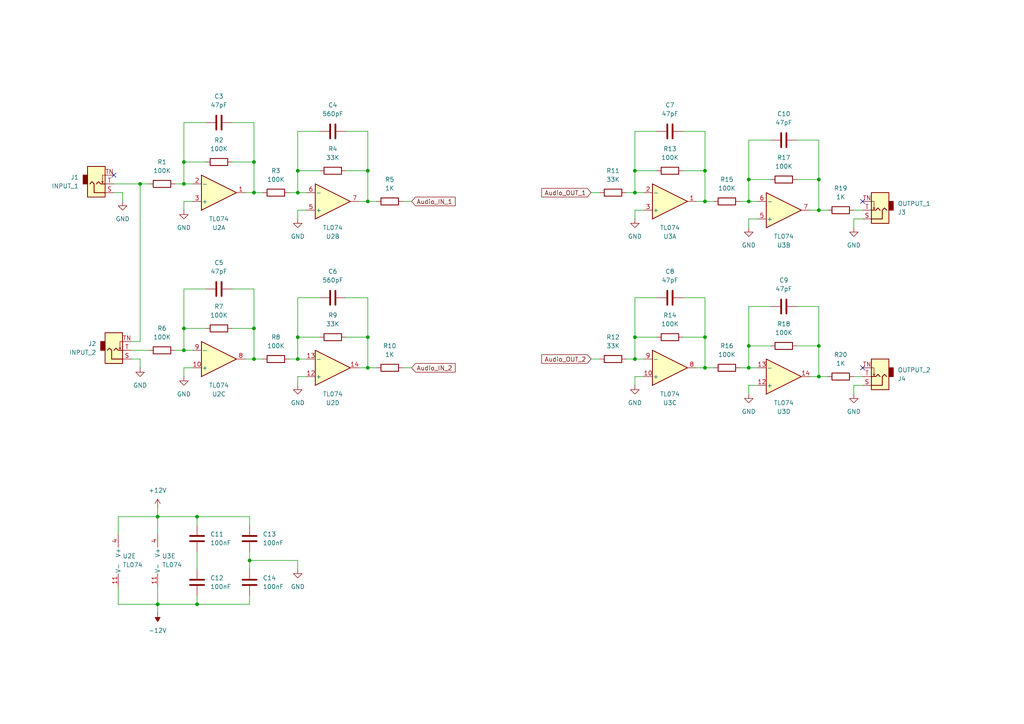
<source format=kicad_sch>
(kicad_sch (version 20231120) (generator "eeschema") (generator_version "8.0")
  (paper "A4")
  (lib_symbols
    (symbol "Amplifier_Operational:TL074" (pin_names (offset 0.127))
      (property "Reference" "U" (at 0 5.08 0))
      (property "Value" "TL074" (at 0 -5.08 0))
      (symbol "TL074_1_1"
        (polyline (pts (xy -5.08 5.08) (xy 5.08 0) (xy -5.08 -5.08) (xy -5.08 5.08)) (stroke (width 0.254)) (fill (type background)))
        (pin output line (at 7.62 0 180) (length 2.54) (name "~") (number "1"))
        (pin input line (at -7.62 -2.54 0) (length 2.54) (name "-") (number "2"))
        (pin input line (at -7.62 2.54 0) (length 2.54) (name "+") (number "3"))
      )
      (symbol "TL074_2_1"
        (polyline (pts (xy -5.08 5.08) (xy 5.08 0) (xy -5.08 -5.08) (xy -5.08 5.08)) (stroke (width 0.254)) (fill (type background)))
        (pin input line (at -7.62 2.54 0) (length 2.54) (name "+") (number "5"))
        (pin input line (at -7.62 -2.54 0) (length 2.54) (name "-") (number "6"))
        (pin output line (at 7.62 0 180) (length 2.54) (name "~") (number "7"))
      )
      (symbol "TL074_3_1"
        (polyline (pts (xy -5.08 5.08) (xy 5.08 0) (xy -5.08 -5.08) (xy -5.08 5.08)) (stroke (width 0.254)) (fill (type background)))
        (pin input line (at -7.62 2.54 0) (length 2.54) (name "+") (number "10"))
        (pin output line (at 7.62 0 180) (length 2.54) (name "~") (number "8"))
        (pin input line (at -7.62 -2.54 0) (length 2.54) (name "-") (number "9"))
      )
      (symbol "TL074_4_1"
        (polyline (pts (xy -5.08 5.08) (xy 5.08 0) (xy -5.08 -5.08) (xy -5.08 5.08)) (stroke (width 0.254)) (fill (type background)))
        (pin input line (at -7.62 2.54 0) (length 2.54) (name "+") (number "12"))
        (pin input line (at -7.62 -2.54 0) (length 2.54) (name "-") (number "13"))
        (pin output line (at 7.62 0 180) (length 2.54) (name "~") (number "14"))
      )
      (symbol "TL074_5_1"
        (pin power_in line (at -2.54 -7.62 90) (length 3.81) (name "V-") (number "11"))
        (pin power_in line (at -2.54 7.62 270) (length 3.81) (name "V+") (number "4"))
      )
    )
    (symbol "Connector_Audio:AudioJack2_SwitchT"
      (property "Reference" "J" (at 0 8.89 0))
      (property "Value" "AudioJack2_SwitchT" (at 0 6.35 0))
      (symbol "AudioJack2_SwitchT_0_1"
        (rectangle (start -2.54 0) (end -3.81 -2.54) (stroke (width 0.254)) (fill (type outline)))
        (polyline (pts (xy 1.778 -0.254) (xy 2.032 -0.762)))
        (polyline (pts (xy 0 0) (xy 0.635 -0.635) (xy 1.27 0) (xy 2.54 0)) (stroke (width 0.254)))
        (polyline (pts (xy 2.54 -2.54) (xy 1.778 -2.54) (xy 1.778 -0.254) (xy 1.524 -0.762)))
        (polyline (pts (xy 2.54 2.54) (xy -0.635 2.54) (xy -0.635 0) (xy -1.27 -0.635) (xy -1.905 0)) (stroke (width 0.254)))
        (rectangle (start 2.54 3.81) (end -2.54 -5.08) (stroke (width 0.254)) (fill (type background)))
      )
      (symbol "AudioJack2_SwitchT_1_1"
        (pin passive line (at 5.08 2.54 180) (length 2.54) (name "~") (number "S"))
        (pin passive line (at 5.08 0 180) (length 2.54) (name "~") (number "T"))
        (pin passive line (at 5.08 -2.54 180) (length 2.54) (name "~") (number "TN"))
      )
    )
    (symbol "Device:C" (pin_numbers hide) (pin_names (offset 0.254))
      (property "Reference" "C" (at 0.635 2.54 0))
      (property "Value" "C" (at 0.635 -2.54 0))
      (symbol "C_0_1"
        (polyline (pts (xy -2.032 -0.762) (xy 2.032 -0.762)) (stroke (width 0.508)))
        (polyline (pts (xy -2.032 0.762) (xy 2.032 0.762)) (stroke (width 0.508)))
      )
      (symbol "C_1_1"
        (pin passive line (at 0 3.81 270) (length 2.794) (name "~") (number "1"))
        (pin passive line (at 0 -3.81 90) (length 2.794) (name "~") (number "2"))
      )
    )
    (symbol "Device:R" (pin_numbers hide) (pin_names (offset 0))
      (property "Reference" "R" (at 2.032 0 90))
      (property "Value" "R" (at 0 0 90))
      (symbol "R_0_1"
        (rectangle (start -1.016 -2.54) (end 1.016 2.54) (stroke (width 0.254)))
      )
      (symbol "R_1_1"
        (pin passive line (at 0 3.81 270) (length 1.27) (name "~") (number "1"))
        (pin passive line (at 0 -3.81 90) (length 1.27) (name "~") (number "2"))
      )
    )
    (symbol "power:+12V" (power) (pin_numbers hide) (pin_names (offset 0) hide)
      (property "Value" "+12V" (at 0 3.556 0))
      (symbol "+12V_0_1"
        (polyline (pts (xy -0.762 1.27) (xy 0 2.54)))
        (polyline (pts (xy 0 0) (xy 0 2.54)))
        (polyline (pts (xy 0 2.54) (xy 0.762 1.27)))
      )
      (symbol "+12V_1_1"
        (pin power_in line (at 0 0 90) (length 0) (name "~") (number "1"))
      )
    )
    (symbol "power:-12V" (power) (pin_numbers hide) (pin_names (offset 0) hide)
      (property "Value" "-12V" (at 0 3.556 0))
      (symbol "-12V_0_0"
        (pin power_in line (at 0 0 90) (length 0) (name "~") (number "1"))
      )
      (symbol "-12V_0_1"
        (polyline (pts (xy 0 0) (xy 0 1.27) (xy 0.762 1.27) (xy 0 2.54) (xy -0.762 1.27) (xy 0 1.27)) (fill (type outline)))
      )
    )
    (symbol "power:GND" (power) (pin_numbers hide) (pin_names (offset 0) hide)
      (property "Value" "GND" (at 0 -3.81 0))
      (symbol "GND_0_1"
        (polyline (pts (xy 0 0) (xy 0 -1.27) (xy 1.27 -1.27) (xy 0 -2.54) (xy -1.27 -1.27) (xy 0 -1.27)))
      )
      (symbol "GND_1_1"
        (pin power_in line (at 0 0 270) (length 0) (name "~") (number "1"))
      )
    )
  )
  (junction (at 86.36 55.88))
  (junction (at 106.68 49.53))
  (junction (at 184.15 49.53))
  (junction (at 217.17 58.42))
  (junction (at 204.47 106.68))
  (junction (at 217.17 106.68))
  (junction (at 73.66 46.99))
  (junction (at 53.34 46.99))
  (junction (at 45.72 149.86))
  (junction (at 237.49 60.96))
  (junction (at 57.15 175.26))
  (junction (at 86.36 49.53))
  (junction (at 73.66 95.25))
  (junction (at 217.17 100.33))
  (junction (at 45.72 175.26))
  (junction (at 217.17 52.07))
  (junction (at 184.15 104.14))
  (junction (at 73.66 104.14))
  (junction (at 73.66 55.88))
  (junction (at 86.36 97.79))
  (junction (at 204.47 49.53))
  (junction (at 53.34 101.6))
  (junction (at 72.39 162.56))
  (junction (at 57.15 149.86))
  (junction (at 204.47 58.42))
  (junction (at 237.49 109.22))
  (junction (at 106.68 106.68))
  (junction (at 237.49 52.07))
  (junction (at 106.68 58.42))
  (junction (at 184.15 97.79))
  (junction (at 237.49 100.33))
  (junction (at 106.68 97.79))
  (junction (at 86.36 104.14))
  (junction (at 184.15 55.88))
  (junction (at 204.47 97.79))
  (junction (at 53.34 95.25))
  (junction (at 53.34 53.34))
  (junction (at 40.64 53.34))
  (no_connect (at 250.19 58.42))
  (no_connect (at 250.19 106.68))
  (no_connect (at 33.02 50.8))
  (wire (pts (xy 67.31 46.99) (xy 73.66 46.99)))
  (wire (pts (xy 250.19 63.5) (xy 247.65 63.5)))
  (wire (pts (xy 72.39 149.86) (xy 57.15 149.86)))
  (wire (pts (xy 45.72 147.32) (xy 45.72 149.86)))
  (wire (pts (xy 184.15 97.79) (xy 184.15 104.14)))
  (wire (pts (xy 88.9 55.88) (xy 86.36 55.88)))
  (wire (pts (xy 73.66 104.14) (xy 76.2 104.14)))
  (wire (pts (xy 204.47 58.42) (xy 207.01 58.42)))
  (wire (pts (xy 223.52 52.07) (xy 217.17 52.07)))
  (wire (pts (xy 204.47 86.36) (xy 204.47 97.79)))
  (wire (pts (xy 72.39 162.56) (xy 86.36 162.56)))
  (wire (pts (xy 73.66 83.82) (xy 73.66 95.25)))
  (wire (pts (xy 59.69 95.25) (xy 53.34 95.25)))
  (wire (pts (xy 190.5 97.79) (xy 184.15 97.79)))
  (wire (pts (xy 73.66 55.88) (xy 76.2 55.88)))
  (wire (pts (xy 223.52 100.33) (xy 217.17 100.33)))
  (wire (pts (xy 247.65 111.76) (xy 247.65 114.3)))
  (wire (pts (xy 217.17 40.64) (xy 217.17 52.07)))
  (wire (pts (xy 86.36 109.22) (xy 86.36 111.76)))
  (wire (pts (xy 204.47 106.68) (xy 207.01 106.68)))
  (wire (pts (xy 217.17 88.9) (xy 217.17 100.33)))
  (wire (pts (xy 219.71 106.68) (xy 217.17 106.68)))
  (wire (pts (xy 184.15 38.1) (xy 184.15 49.53)))
  (wire (pts (xy 119.38 106.68) (xy 116.84 106.68)))
  (wire (pts (xy 53.34 83.82) (xy 53.34 95.25)))
  (wire (pts (xy 73.66 46.99) (xy 73.66 55.88)))
  (wire (pts (xy 34.29 175.26) (xy 45.72 175.26)))
  (wire (pts (xy 171.45 55.88) (xy 173.99 55.88)))
  (wire (pts (xy 73.66 104.14) (xy 71.12 104.14)))
  (wire (pts (xy 92.71 86.36) (xy 86.36 86.36)))
  (wire (pts (xy 67.31 83.82) (xy 73.66 83.82)))
  (wire (pts (xy 73.66 55.88) (xy 71.12 55.88)))
  (wire (pts (xy 35.56 58.42) (xy 35.56 55.88)))
  (wire (pts (xy 237.49 60.96) (xy 240.03 60.96)))
  (wire (pts (xy 34.29 170.18) (xy 34.29 175.26)))
  (wire (pts (xy 106.68 58.42) (xy 109.22 58.42)))
  (wire (pts (xy 106.68 58.42) (xy 104.14 58.42)))
  (wire (pts (xy 100.33 86.36) (xy 106.68 86.36)))
  (wire (pts (xy 72.39 152.4) (xy 72.39 149.86)))
  (wire (pts (xy 38.1 99.06) (xy 40.64 99.06)))
  (wire (pts (xy 67.31 35.56) (xy 73.66 35.56)))
  (wire (pts (xy 106.68 49.53) (xy 106.68 58.42)))
  (wire (pts (xy 106.68 38.1) (xy 106.68 49.53)))
  (wire (pts (xy 88.9 104.14) (xy 86.36 104.14)))
  (wire (pts (xy 88.9 60.96) (xy 86.36 60.96)))
  (wire (pts (xy 86.36 86.36) (xy 86.36 97.79)))
  (wire (pts (xy 237.49 60.96) (xy 234.95 60.96)))
  (wire (pts (xy 106.68 106.68) (xy 104.14 106.68)))
  (wire (pts (xy 106.68 106.68) (xy 109.22 106.68)))
  (wire (pts (xy 53.34 106.68) (xy 53.34 109.22)))
  (wire (pts (xy 53.34 46.99) (xy 53.34 53.34)))
  (wire (pts (xy 184.15 60.96) (xy 184.15 63.5)))
  (wire (pts (xy 204.47 58.42) (xy 201.93 58.42)))
  (wire (pts (xy 57.15 175.26) (xy 72.39 175.26)))
  (wire (pts (xy 34.29 154.94) (xy 34.29 149.86)))
  (wire (pts (xy 204.47 49.53) (xy 204.47 58.42)))
  (wire (pts (xy 250.19 109.22) (xy 247.65 109.22)))
  (wire (pts (xy 86.36 38.1) (xy 86.36 49.53)))
  (wire (pts (xy 72.39 160.02) (xy 72.39 162.56)))
  (wire (pts (xy 45.72 154.94) (xy 45.72 149.86)))
  (wire (pts (xy 50.8 101.6) (xy 53.34 101.6)))
  (wire (pts (xy 231.14 100.33) (xy 237.49 100.33)))
  (wire (pts (xy 217.17 111.76) (xy 217.17 114.3)))
  (wire (pts (xy 100.33 38.1) (xy 106.68 38.1)))
  (wire (pts (xy 100.33 97.79) (xy 106.68 97.79)))
  (wire (pts (xy 198.12 49.53) (xy 204.47 49.53)))
  (wire (pts (xy 40.64 106.68) (xy 40.64 104.14)))
  (wire (pts (xy 106.68 97.79) (xy 106.68 106.68)))
  (wire (pts (xy 237.49 88.9) (xy 237.49 100.33)))
  (wire (pts (xy 67.31 95.25) (xy 73.66 95.25)))
  (wire (pts (xy 186.69 60.96) (xy 184.15 60.96)))
  (wire (pts (xy 92.71 97.79) (xy 86.36 97.79)))
  (wire (pts (xy 190.5 86.36) (xy 184.15 86.36)))
  (wire (pts (xy 204.47 106.68) (xy 201.93 106.68)))
  (wire (pts (xy 190.5 49.53) (xy 184.15 49.53)))
  (wire (pts (xy 237.49 52.07) (xy 237.49 60.96)))
  (wire (pts (xy 217.17 63.5) (xy 217.17 66.04)))
  (wire (pts (xy 33.02 53.34) (xy 40.64 53.34)))
  (wire (pts (xy 38.1 101.6) (xy 43.18 101.6)))
  (wire (pts (xy 171.45 104.14) (xy 173.99 104.14)))
  (wire (pts (xy 57.15 172.72) (xy 57.15 175.26)))
  (wire (pts (xy 250.19 111.76) (xy 247.65 111.76)))
  (wire (pts (xy 55.88 58.42) (xy 53.34 58.42)))
  (wire (pts (xy 184.15 55.88) (xy 186.69 55.88)))
  (wire (pts (xy 86.36 60.96) (xy 86.36 63.5)))
  (wire (pts (xy 86.36 55.88) (xy 83.82 55.88)))
  (wire (pts (xy 204.47 97.79) (xy 204.47 106.68)))
  (wire (pts (xy 219.71 111.76) (xy 217.17 111.76)))
  (wire (pts (xy 73.66 35.56) (xy 73.66 46.99)))
  (wire (pts (xy 88.9 109.22) (xy 86.36 109.22)))
  (wire (pts (xy 223.52 40.64) (xy 217.17 40.64)))
  (wire (pts (xy 247.65 63.5) (xy 247.65 66.04)))
  (wire (pts (xy 53.34 53.34) (xy 55.88 53.34)))
  (wire (pts (xy 35.56 55.88) (xy 33.02 55.88)))
  (wire (pts (xy 40.64 104.14) (xy 38.1 104.14)))
  (wire (pts (xy 86.36 104.14) (xy 83.82 104.14)))
  (wire (pts (xy 237.49 109.22) (xy 240.03 109.22)))
  (wire (pts (xy 45.72 149.86) (xy 57.15 149.86)))
  (wire (pts (xy 40.64 53.34) (xy 40.64 99.06)))
  (wire (pts (xy 86.36 97.79) (xy 86.36 104.14)))
  (wire (pts (xy 186.69 109.22) (xy 184.15 109.22)))
  (wire (pts (xy 204.47 38.1) (xy 204.47 49.53)))
  (wire (pts (xy 250.19 60.96) (xy 247.65 60.96)))
  (wire (pts (xy 86.36 162.56) (xy 86.36 165.1)))
  (wire (pts (xy 217.17 58.42) (xy 214.63 58.42)))
  (wire (pts (xy 237.49 109.22) (xy 234.95 109.22)))
  (wire (pts (xy 55.88 106.68) (xy 53.34 106.68)))
  (wire (pts (xy 231.14 52.07) (xy 237.49 52.07)))
  (wire (pts (xy 59.69 83.82) (xy 53.34 83.82)))
  (wire (pts (xy 57.15 149.86) (xy 57.15 152.4)))
  (wire (pts (xy 237.49 40.64) (xy 237.49 52.07)))
  (wire (pts (xy 217.17 52.07) (xy 217.17 58.42)))
  (wire (pts (xy 198.12 86.36) (xy 204.47 86.36)))
  (wire (pts (xy 184.15 86.36) (xy 184.15 97.79)))
  (wire (pts (xy 45.72 170.18) (xy 45.72 175.26)))
  (wire (pts (xy 72.39 162.56) (xy 72.39 165.1)))
  (wire (pts (xy 53.34 101.6) (xy 55.88 101.6)))
  (wire (pts (xy 190.5 38.1) (xy 184.15 38.1)))
  (wire (pts (xy 34.29 149.86) (xy 45.72 149.86)))
  (wire (pts (xy 184.15 49.53) (xy 184.15 55.88)))
  (wire (pts (xy 53.34 35.56) (xy 53.34 46.99)))
  (wire (pts (xy 184.15 104.14) (xy 186.69 104.14)))
  (wire (pts (xy 50.8 53.34) (xy 53.34 53.34)))
  (wire (pts (xy 57.15 160.02) (xy 57.15 165.1)))
  (wire (pts (xy 92.71 38.1) (xy 86.36 38.1)))
  (wire (pts (xy 217.17 106.68) (xy 214.63 106.68)))
  (wire (pts (xy 219.71 58.42) (xy 217.17 58.42)))
  (wire (pts (xy 198.12 38.1) (xy 204.47 38.1)))
  (wire (pts (xy 181.61 104.14) (xy 184.15 104.14)))
  (wire (pts (xy 73.66 95.25) (xy 73.66 104.14)))
  (wire (pts (xy 219.71 63.5) (xy 217.17 63.5)))
  (wire (pts (xy 72.39 175.26) (xy 72.39 172.72)))
  (wire (pts (xy 231.14 88.9) (xy 237.49 88.9)))
  (wire (pts (xy 237.49 100.33) (xy 237.49 109.22)))
  (wire (pts (xy 181.61 55.88) (xy 184.15 55.88)))
  (wire (pts (xy 106.68 86.36) (xy 106.68 97.79)))
  (wire (pts (xy 59.69 35.56) (xy 53.34 35.56)))
  (wire (pts (xy 53.34 58.42) (xy 53.34 60.96)))
  (wire (pts (xy 223.52 88.9) (xy 217.17 88.9)))
  (wire (pts (xy 184.15 109.22) (xy 184.15 111.76)))
  (wire (pts (xy 198.12 97.79) (xy 204.47 97.79)))
  (wire (pts (xy 100.33 49.53) (xy 106.68 49.53)))
  (wire (pts (xy 53.34 95.25) (xy 53.34 101.6)))
  (wire (pts (xy 45.72 177.8) (xy 45.72 175.26)))
  (wire (pts (xy 217.17 100.33) (xy 217.17 106.68)))
  (wire (pts (xy 59.69 46.99) (xy 53.34 46.99)))
  (wire (pts (xy 119.38 58.42) (xy 116.84 58.42)))
  (wire (pts (xy 40.64 53.34) (xy 43.18 53.34)))
  (wire (pts (xy 231.14 40.64) (xy 237.49 40.64)))
  (wire (pts (xy 45.72 175.26) (xy 57.15 175.26)))
  (wire (pts (xy 86.36 49.53) (xy 86.36 55.88)))
  (wire (pts (xy 92.71 49.53) (xy 86.36 49.53)))
  (global_label "Audio_OUT_1" (shape input) (at 171.45 55.88 180) (property "Intersheetrefs" "${INTERSHEET_REFS}" (effects (hide yes))))
  (global_label "Audio_IN_1" (shape input) (at 119.38 58.42 0) (property "Intersheetrefs" "${INTERSHEET_REFS}" (effects (hide yes))))
  (global_label "Audio_IN_2" (shape input) (at 119.38 106.68 0) (property "Intersheetrefs" "${INTERSHEET_REFS}" (effects (hide yes))))
  (global_label "Audio_OUT_2" (shape input) (at 171.45 104.14 180) (property "Intersheetrefs" "${INTERSHEET_REFS}" (effects (hide yes))))
  (symbol (lib_id "Device:C") (at 63.5 83.82 90) (unit 1)
    (property "Reference" "C5" (at 63.5 76.2 90))
    (property "Value" "47pF" (at 63.5 78.74 90))
    (property "Description" "Unpolarized capacitor" (effects (hide yes)))
  )
  (symbol (lib_id "Device:R") (at 243.84 109.22 90) (unit 1)
    (property "Reference" "R20" (at 243.84 102.87 90))
    (property "Value" "1K" (at 243.84 105.41 90))
    (property "Footprint" "Resistor_SMD:R_0805_2012Metric_Pad1.20x1.40mm_HandSolder" (effects (hide yes)))
    (property "Description" "Resistor" (effects (hide yes)))
  )
  (symbol (lib_id "Device:R") (at 96.52 97.79 90) (unit 1)
    (property "Reference" "R9" (at 96.52 91.44 90))
    (property "Value" "33K" (at 96.52 93.98 90))
    (property "Footprint" "Resistor_SMD:R_0805_2012Metric_Pad1.20x1.40mm_HandSolder" (effects (hide yes)))
    (property "Description" "Resistor" (effects (hide yes)))
  )
  (symbol (lib_id "Device:R") (at 113.03 58.42 90) (unit 1)
    (property "Reference" "R5" (at 113.03 52.07 90))
    (property "Value" "1K" (at 113.03 54.61 90))
    (property "Footprint" "Resistor_SMD:R_0805_2012Metric_Pad1.20x1.40mm_HandSolder" (effects (hide yes)))
    (property "Description" "Resistor" (effects (hide yes)))
  )
  (symbol (lib_id "Amplifier_Operational:TL074") (at 227.33 60.96 0) (mirror x) (unit 2)
    (property "Reference" "U3" (at 227.33 71.12 0))
    (property "Value" "TL074" (at 227.33 68.58 0))
    (property "Footprint" "Package_SO:SOIC-14_3.9x8.7mm_P1.27mm" (effects (hide yes)))
    (property "Datasheet" "http://www.ti.com/lit/ds/symlink/tl071.pdf" (effects (hide yes)))
    (property "Description" "Quad Low-Noise JFET-Input Operational Amplifiers, DIP-14/SOIC-14" (effects (hide yes)))
  )
  (symbol (lib_id "Amplifier_Operational:TL074") (at 63.5 104.14 0) (mirror x) (unit 3)
    (property "Reference" "U2" (at 63.5 114.3 0))
    (property "Value" "TL074" (at 63.5 111.76 0))
    (property "Footprint" "Package_SO:SOIC-14_3.9x8.7mm_P1.27mm" (effects (hide yes)))
    (property "Datasheet" "http://www.ti.com/lit/ds/symlink/tl071.pdf" (effects (hide yes)))
    (property "Description" "Quad Low-Noise JFET-Input Operational Amplifiers, DIP-14/SOIC-14" (effects (hide yes)))
  )
  (symbol (lib_id "Device:R") (at 177.8 55.88 90) (unit 1)
    (property "Reference" "R11" (at 177.8 49.53 90))
    (property "Value" "33K" (at 177.8 52.07 90))
    (property "Footprint" "Resistor_SMD:R_0805_2012Metric_Pad1.20x1.40mm_HandSolder" (effects (hide yes)))
    (property "Description" "Resistor" (effects (hide yes)))
  )
  (symbol (lib_id "power:GND") (at 247.65 114.3 0) (unit 1)
    (property "Reference" "#PWR012" (effects (hide yes)))
    (property "Value" "GND" (at 247.65 119.38 0))
    (property "Description" "Power symbol creates a global label with name \"GND\" , ground" (effects (hide yes)))
  )
  (symbol (lib_id "power:GND") (at 217.17 114.3 0) (unit 1)
    (property "Reference" "#PWR016" (effects (hide yes)))
    (property "Value" "GND" (at 217.17 119.38 0))
    (property "Description" "Power symbol creates a global label with name \"GND\" , ground" (effects (hide yes)))
  )
  (symbol (lib_id "Device:R") (at 80.01 104.14 90) (unit 1)
    (property "Reference" "R8" (at 80.01 97.79 90))
    (property "Value" "100K" (at 80.01 100.33 90))
    (property "Footprint" "Resistor_SMD:R_0805_2012Metric_Pad1.20x1.40mm_HandSolder" (effects (hide yes)))
    (property "Description" "Resistor" (effects (hide yes)))
  )
  (symbol (lib_id "Amplifier_Operational:TL074") (at 96.52 106.68 0) (mirror x) (unit 4)
    (property "Reference" "U2" (at 96.52 116.84 0))
    (property "Value" "TL074" (at 96.52 114.3 0))
    (property "Footprint" "Package_SO:SOIC-14_3.9x8.7mm_P1.27mm" (effects (hide yes)))
    (property "Datasheet" "http://www.ti.com/lit/ds/symlink/tl071.pdf" (effects (hide yes)))
    (property "Description" "Quad Low-Noise JFET-Input Operational Amplifiers, DIP-14/SOIC-14" (effects (hide yes)))
  )
  (symbol (lib_id "Device:C") (at 72.39 168.91 0) (unit 1)
    (property "Reference" "C14" (at 76.2 167.6399 0) (effects (justify left)))
    (property "Value" "100nF" (at 76.2 170.1799 0) (effects (justify left)))
    (property "Footprint" "Capacitor_SMD:C_0805_2012Metric_Pad1.18x1.45mm_HandSolder" (effects (hide yes)))
    (property "Description" "Unpolarized capacitor" (effects (hide yes)))
  )
  (symbol (lib_id "Device:R") (at 63.5 95.25 90) (unit 1)
    (property "Reference" "R7" (at 63.5 88.9 90))
    (property "Value" "100K" (at 63.5 91.44 90))
    (property "Footprint" "Resistor_SMD:R_0805_2012Metric_Pad1.20x1.40mm_HandSolder" (effects (hide yes)))
    (property "Description" "Resistor" (effects (hide yes)))
  )
  (symbol (lib_id "power:+12V") (at 45.72 147.32 0) (unit 1)
    (property "Reference" "#PWR017" (effects (hide yes)))
    (property "Value" "+12V" (at 45.72 142.24 0))
    (property "Description" "Power symbol creates a global label with name \"+12V\"" (effects (hide yes)))
  )
  (symbol (lib_id "power:GND") (at 35.56 58.42 0) (unit 1)
    (property "Reference" "#PWR07" (effects (hide yes)))
    (property "Value" "GND" (at 35.56 63.5 0))
    (property "Description" "Power symbol creates a global label with name \"GND\" , ground" (effects (hide yes)))
  )
  (symbol (lib_id "Device:R") (at 227.33 52.07 90) (unit 1)
    (property "Reference" "R17" (at 227.33 45.72 90))
    (property "Value" "100K" (at 227.33 48.26 90))
    (property "Footprint" "Resistor_SMD:R_0805_2012Metric_Pad1.20x1.40mm_HandSolder" (effects (hide yes)))
    (property "Description" "Resistor" (effects (hide yes)))
  )
  (symbol (lib_id "Device:R") (at 46.99 53.34 90) (unit 1)
    (property "Reference" "R1" (at 46.99 46.99 90))
    (property "Value" "100K" (at 46.99 49.53 90))
    (property "Footprint" "Resistor_SMD:R_0805_2012Metric_Pad1.20x1.40mm_HandSolder" (effects (hide yes)))
    (property "Description" "Resistor" (effects (hide yes)))
  )
  (symbol (lib_id "Amplifier_Operational:TL074") (at 63.5 55.88 0) (mirror x) (unit 1)
    (property "Reference" "U2" (at 63.5 66.04 0))
    (property "Value" "TL074" (at 63.5 63.5 0))
    (property "Footprint" "Package_SO:SOIC-14_3.9x8.7mm_P1.27mm" (effects (hide yes)))
    (property "Datasheet" "http://www.ti.com/lit/ds/symlink/tl071.pdf" (effects (hide yes)))
    (property "Description" "Quad Low-Noise JFET-Input Operational Amplifiers, DIP-14/SOIC-14" (effects (hide yes)))
  )
  (symbol (lib_id "power:GND") (at 53.34 109.22 0) (unit 1)
    (property "Reference" "#PWR09" (effects (hide yes)))
    (property "Value" "GND" (at 53.34 114.3 0))
    (property "Description" "Power symbol creates a global label with name \"GND\" , ground" (effects (hide yes)))
  )
  (symbol (lib_id "Device:R") (at 177.8 104.14 90) (unit 1)
    (property "Reference" "R12" (at 177.8 97.79 90))
    (property "Value" "33K" (at 177.8 100.33 90))
    (property "Footprint" "Resistor_SMD:R_0805_2012Metric_Pad1.20x1.40mm_HandSolder" (effects (hide yes)))
    (property "Description" "Resistor" (effects (hide yes)))
  )
  (symbol (lib_id "Device:C") (at 194.31 38.1 90) (unit 1)
    (property "Reference" "C7" (at 194.31 30.48 90))
    (property "Value" "47pF" (at 194.31 33.02 90))
    (property "Description" "Unpolarized capacitor" (effects (hide yes)))
  )
  (symbol (lib_id "power:GND") (at 247.65 66.04 0) (unit 1)
    (property "Reference" "#PWR011" (effects (hide yes)))
    (property "Value" "GND" (at 247.65 71.12 0))
    (property "Description" "Power symbol creates a global label with name \"GND\" , ground" (effects (hide yes)))
  )
  (symbol (lib_id "Device:C") (at 227.33 88.9 90) (unit 1)
    (property "Reference" "C9" (at 227.33 81.28 90))
    (property "Value" "47pF" (at 227.33 83.82 90))
    (property "Description" "Unpolarized capacitor" (effects (hide yes)))
  )
  (symbol (lib_id "Device:R") (at 227.33 100.33 90) (unit 1)
    (property "Reference" "R18" (at 227.33 93.98 90))
    (property "Value" "100K" (at 227.33 96.52 90))
    (property "Footprint" "Resistor_SMD:R_0805_2012Metric_Pad1.20x1.40mm_HandSolder" (effects (hide yes)))
    (property "Description" "Resistor" (effects (hide yes)))
  )
  (symbol (lib_id "Device:R") (at 210.82 58.42 90) (unit 1)
    (property "Reference" "R15" (at 210.82 52.07 90))
    (property "Value" "100K" (at 210.82 54.61 90))
    (property "Footprint" "Resistor_SMD:R_0805_2012Metric_Pad1.20x1.40mm_HandSolder" (effects (hide yes)))
    (property "Description" "Resistor" (effects (hide yes)))
  )
  (symbol (lib_id "Device:C") (at 194.31 86.36 90) (unit 1)
    (property "Reference" "C8" (at 194.31 78.74 90))
    (property "Value" "47pF" (at 194.31 81.28 90))
    (property "Description" "Unpolarized capacitor" (effects (hide yes)))
  )
  (symbol (lib_id "Connector_Audio:AudioJack2_SwitchT") (at 27.94 53.34 0) (mirror x) (unit 1)
    (property "Reference" "J1" (at 22.86 51.4349 0) (effects (justify right)))
    (property "Value" "INPUT_1" (at 22.86 53.9749 0) (effects (justify right)))
    (property "Footprint" "Connector_Audio:Jack_3.5mm_QingPu_WQP-PJ398SM_Vertical_CircularHoles" (effects (hide yes)))
    (property "Description" "Audio Jack, 2 Poles (Mono / TS), Switched T Pole (Normalling)" (effects (hide yes)))
  )
  (symbol (lib_id "Device:C") (at 63.5 35.56 90) (unit 1)
    (property "Reference" "C3" (at 63.5 27.94 90))
    (property "Value" "47pF" (at 63.5 30.48 90))
    (property "Description" "Unpolarized capacitor" (effects (hide yes)))
  )
  (symbol (lib_id "Device:R") (at 46.99 101.6 90) (unit 1)
    (property "Reference" "R6" (at 46.99 95.25 90))
    (property "Value" "100K" (at 46.99 97.79 90))
    (property "Footprint" "Resistor_SMD:R_0805_2012Metric_Pad1.20x1.40mm_HandSolder" (effects (hide yes)))
    (property "Description" "Resistor" (effects (hide yes)))
  )
  (symbol (lib_id "Device:C") (at 57.15 168.91 0) (unit 1)
    (property "Reference" "C12" (at 60.96 167.6399 0) (effects (justify left)))
    (property "Value" "100nF" (at 60.96 170.1799 0) (effects (justify left)))
    (property "Footprint" "Capacitor_SMD:C_0805_2012Metric_Pad1.18x1.45mm_HandSolder" (effects (hide yes)))
    (property "Description" "Unpolarized capacitor" (effects (hide yes)))
  )
  (symbol (lib_id "Device:C") (at 57.15 156.21 0) (unit 1)
    (property "Reference" "C11" (at 60.96 154.9399 0) (effects (justify left)))
    (property "Value" "100nF" (at 60.96 157.4799 0) (effects (justify left)))
    (property "Footprint" "Capacitor_SMD:C_0805_2012Metric_Pad1.18x1.45mm_HandSolder" (effects (hide yes)))
    (property "Description" "Unpolarized capacitor" (effects (hide yes)))
  )
  (symbol (lib_id "Device:R") (at 63.5 46.99 90) (unit 1)
    (property "Reference" "R2" (at 63.5 40.64 90))
    (property "Value" "100K" (at 63.5 43.18 90))
    (property "Footprint" "Resistor_SMD:R_0805_2012Metric_Pad1.20x1.40mm_HandSolder" (effects (hide yes)))
    (property "Description" "Resistor" (effects (hide yes)))
  )
  (symbol (lib_id "Device:C") (at 96.52 38.1 90) (unit 1)
    (property "Reference" "C4" (at 96.52 30.48 90))
    (property "Value" "560pF" (at 96.52 33.02 90))
    (property "Description" "Unpolarized capacitor" (effects (hide yes)))
  )
  (symbol (lib_id "Device:C") (at 227.33 40.64 90) (unit 1)
    (property "Reference" "C10" (at 227.33 33.02 90))
    (property "Value" "47pF" (at 227.33 35.56 90))
    (property "Description" "Unpolarized capacitor" (effects (hide yes)))
  )
  (symbol (lib_id "Amplifier_Operational:TL074") (at 36.83 162.56 0) (unit 5)
    (property "Reference" "U2" (at 35.56 161.2899 0) (effects (justify left)))
    (property "Value" "TL074" (at 35.56 163.8299 0) (effects (justify left)))
    (property "Footprint" "Package_SO:SOIC-14_3.9x8.7mm_P1.27mm" (effects (hide yes)))
    (property "Datasheet" "http://www.ti.com/lit/ds/symlink/tl071.pdf" (effects (hide yes)))
    (property "Description" "Quad Low-Noise JFET-Input Operational Amplifiers, DIP-14/SOIC-14" (effects (hide yes)))
  )
  (symbol (lib_id "Device:R") (at 194.31 49.53 90) (unit 1)
    (property "Reference" "R13" (at 194.31 43.18 90))
    (property "Value" "100K" (at 194.31 45.72 90))
    (property "Footprint" "Resistor_SMD:R_0805_2012Metric_Pad1.20x1.40mm_HandSolder" (effects (hide yes)))
    (property "Description" "Resistor" (effects (hide yes)))
  )
  (symbol (lib_id "Amplifier_Operational:TL074") (at 48.26 162.56 0) (unit 5)
    (property "Reference" "U3" (at 46.99 161.2899 0) (effects (justify left)))
    (property "Value" "TL074" (at 46.99 163.8299 0) (effects (justify left)))
    (property "Footprint" "Package_SO:SOIC-14_3.9x8.7mm_P1.27mm" (effects (hide yes)))
    (property "Datasheet" "http://www.ti.com/lit/ds/symlink/tl071.pdf" (effects (hide yes)))
    (property "Description" "Quad Low-Noise JFET-Input Operational Amplifiers, DIP-14/SOIC-14" (effects (hide yes)))
  )
  (symbol (lib_id "power:GND") (at 86.36 63.5 0) (unit 1)
    (property "Reference" "#PWR06" (effects (hide yes)))
    (property "Value" "GND" (at 86.36 68.58 0))
    (property "Description" "Power symbol creates a global label with name \"GND\" , ground" (effects (hide yes)))
  )
  (symbol (lib_id "power:GND") (at 217.17 66.04 0) (unit 1)
    (property "Reference" "#PWR015" (effects (hide yes)))
    (property "Value" "GND" (at 217.17 71.12 0))
    (property "Description" "Power symbol creates a global label with name \"GND\" , ground" (effects (hide yes)))
  )
  (symbol (lib_id "power:GND") (at 86.36 165.1 0) (unit 1)
    (property "Reference" "#PWR051" (effects (hide yes)))
    (property "Value" "GND" (at 86.36 170.18 0))
    (property "Description" "Power symbol creates a global label with name \"GND\" , ground" (effects (hide yes)))
  )
  (symbol (lib_id "Connector_Audio:AudioJack2_SwitchT") (at 255.27 60.96 180) (unit 1)
    (property "Reference" "J3" (at 260.35 61.5951 0) (effects (justify right)))
    (property "Value" "OUTPUT_1" (at 260.35 59.0551 0) (effects (justify right)))
    (property "Footprint" "Connector_Audio:Jack_3.5mm_QingPu_WQP-PJ398SM_Vertical_CircularHoles" (effects (hide yes)))
    (property "Description" "Audio Jack, 2 Poles (Mono / TS), Switched T Pole (Normalling)" (effects (hide yes)))
  )
  (symbol (lib_id "Device:R") (at 80.01 55.88 90) (unit 1)
    (property "Reference" "R3" (at 80.01 49.53 90))
    (property "Value" "100K" (at 80.01 52.07 90))
    (property "Footprint" "Resistor_SMD:R_0805_2012Metric_Pad1.20x1.40mm_HandSolder" (effects (hide yes)))
    (property "Description" "Resistor" (effects (hide yes)))
  )
  (symbol (lib_id "power:GND") (at 86.36 111.76 0) (unit 1)
    (property "Reference" "#PWR010" (effects (hide yes)))
    (property "Value" "GND" (at 86.36 116.84 0))
    (property "Description" "Power symbol creates a global label with name \"GND\" , ground" (effects (hide yes)))
  )
  (symbol (lib_id "Device:R") (at 194.31 97.79 90) (unit 1)
    (property "Reference" "R14" (at 194.31 91.44 90))
    (property "Value" "100K" (at 194.31 93.98 90))
    (property "Footprint" "Resistor_SMD:R_0805_2012Metric_Pad1.20x1.40mm_HandSolder" (effects (hide yes)))
    (property "Description" "Resistor" (effects (hide yes)))
  )
  (symbol (lib_id "Connector_Audio:AudioJack2_SwitchT") (at 33.02 101.6 0) (mirror x) (unit 1)
    (property "Reference" "J2" (at 27.94 99.6949 0) (effects (justify right)))
    (property "Value" "INPUT_2" (at 27.94 102.2349 0) (effects (justify right)))
    (property "Footprint" "Connector_Audio:Jack_3.5mm_QingPu_WQP-PJ398SM_Vertical_CircularHoles" (effects (hide yes)))
    (property "Description" "Audio Jack, 2 Poles (Mono / TS), Switched T Pole (Normalling)" (effects (hide yes)))
  )
  (symbol (lib_id "Device:R") (at 96.52 49.53 90) (unit 1)
    (property "Reference" "R4" (at 96.52 43.18 90))
    (property "Value" "33K" (at 96.52 45.72 90))
    (property "Footprint" "Resistor_SMD:R_0805_2012Metric_Pad1.20x1.40mm_HandSolder" (effects (hide yes)))
    (property "Description" "Resistor" (effects (hide yes)))
  )
  (symbol (lib_id "power:GND") (at 53.34 60.96 0) (unit 1)
    (property "Reference" "#PWR05" (effects (hide yes)))
    (property "Value" "GND" (at 53.34 66.04 0))
    (property "Description" "Power symbol creates a global label with name \"GND\" , ground" (effects (hide yes)))
  )
  (symbol (lib_id "Amplifier_Operational:TL074") (at 96.52 58.42 0) (mirror x) (unit 2)
    (property "Reference" "U2" (at 96.52 68.58 0))
    (property "Value" "TL074" (at 96.52 66.04 0))
    (property "Footprint" "Package_SO:SOIC-14_3.9x8.7mm_P1.27mm" (effects (hide yes)))
    (property "Datasheet" "http://www.ti.com/lit/ds/symlink/tl071.pdf" (effects (hide yes)))
    (property "Description" "Quad Low-Noise JFET-Input Operational Amplifiers, DIP-14/SOIC-14" (effects (hide yes)))
  )
  (symbol (lib_id "power:GND") (at 184.15 111.76 0) (unit 1)
    (property "Reference" "#PWR014" (effects (hide yes)))
    (property "Value" "GND" (at 184.15 116.84 0))
    (property "Description" "Power symbol creates a global label with name \"GND\" , ground" (effects (hide yes)))
  )
  (symbol (lib_id "Device:R") (at 210.82 106.68 90) (unit 1)
    (property "Reference" "R16" (at 210.82 100.33 90))
    (property "Value" "100K" (at 210.82 102.87 90))
    (property "Footprint" "Resistor_SMD:R_0805_2012Metric_Pad1.20x1.40mm_HandSolder" (effects (hide yes)))
    (property "Description" "Resistor" (effects (hide yes)))
  )
  (symbol (lib_id "power:GND") (at 40.64 106.68 0) (unit 1)
    (property "Reference" "#PWR08" (effects (hide yes)))
    (property "Value" "GND" (at 40.64 111.76 0))
    (property "Description" "Power symbol creates a global label with name \"GND\" , ground" (effects (hide yes)))
  )
  (symbol (lib_id "Amplifier_Operational:TL074") (at 194.31 58.42 0) (mirror x) (unit 1)
    (property "Reference" "U3" (at 194.31 68.58 0))
    (property "Value" "TL074" (at 194.31 66.04 0))
    (property "Footprint" "Package_SO:SOIC-14_3.9x8.7mm_P1.27mm" (effects (hide yes)))
    (property "Datasheet" "http://www.ti.com/lit/ds/symlink/tl071.pdf" (effects (hide yes)))
    (property "Description" "Quad Low-Noise JFET-Input Operational Amplifiers, DIP-14/SOIC-14" (effects (hide yes)))
  )
  (symbol (lib_id "power:GND") (at 184.15 63.5 0) (unit 1)
    (property "Reference" "#PWR013" (effects (hide yes)))
    (property "Value" "GND" (at 184.15 68.58 0))
    (property "Description" "Power symbol creates a global label with name \"GND\" , ground" (effects (hide yes)))
  )
  (symbol (lib_id "Device:C") (at 96.52 86.36 90) (unit 1)
    (property "Reference" "C6" (at 96.52 78.74 90))
    (property "Value" "560pF" (at 96.52 81.28 90))
    (property "Description" "Unpolarized capacitor" (effects (hide yes)))
  )
  (symbol (lib_id "Amplifier_Operational:TL074") (at 227.33 109.22 0) (mirror x) (unit 4)
    (property "Reference" "U3" (at 227.33 119.38 0))
    (property "Value" "TL074" (at 227.33 116.84 0))
    (property "Footprint" "Package_SO:SOIC-14_3.9x8.7mm_P1.27mm" (effects (hide yes)))
    (property "Datasheet" "http://www.ti.com/lit/ds/symlink/tl071.pdf" (effects (hide yes)))
    (property "Description" "Quad Low-Noise JFET-Input Operational Amplifiers, DIP-14/SOIC-14" (effects (hide yes)))
  )
  (symbol (lib_id "Device:R") (at 243.84 60.96 90) (unit 1)
    (property "Reference" "R19" (at 243.84 54.61 90))
    (property "Value" "1K" (at 243.84 57.15 90))
    (property "Footprint" "Resistor_SMD:R_0805_2012Metric_Pad1.20x1.40mm_HandSolder" (effects (hide yes)))
    (property "Description" "Resistor" (effects (hide yes)))
  )
  (symbol (lib_id "power:-12V") (at 45.72 177.8 180) (unit 1)
    (property "Reference" "#PWR018" (effects (hide yes)))
    (property "Value" "-12V" (at 45.72 182.88 0))
    (property "Description" "Power symbol creates a global label with name \"-12V\"" (effects (hide yes)))
  )
  (symbol (lib_id "Connector_Audio:AudioJack2_SwitchT") (at 255.27 109.22 180) (unit 1)
    (property "Reference" "J4" (at 260.35 109.8551 0) (effects (justify right)))
    (property "Value" "OUTPUT_2" (at 260.35 107.3151 0) (effects (justify right)))
    (property "Footprint" "Connector_Audio:Jack_3.5mm_QingPu_WQP-PJ398SM_Vertical_CircularHoles" (effects (hide yes)))
    (property "Description" "Audio Jack, 2 Poles (Mono / TS), Switched T Pole (Normalling)" (effects (hide yes)))
  )
  (symbol (lib_id "Device:C") (at 72.39 156.21 0) (unit 1)
    (property "Reference" "C13" (at 76.2 154.9399 0) (effects (justify left)))
    (property "Value" "100nF" (at 76.2 157.4799 0) (effects (justify left)))
    (property "Footprint" "Capacitor_SMD:C_0805_2012Metric_Pad1.18x1.45mm_HandSolder" (effects (hide yes)))
    (property "Description" "Unpolarized capacitor" (effects (hide yes)))
  )
  (symbol (lib_id "Amplifier_Operational:TL074") (at 194.31 106.68 0) (mirror x) (unit 3)
    (property "Reference" "U3" (at 194.31 116.84 0))
    (property "Value" "TL074" (at 194.31 114.3 0))
    (property "Footprint" "Package_SO:SOIC-14_3.9x8.7mm_P1.27mm" (effects (hide yes)))
    (property "Datasheet" "http://www.ti.com/lit/ds/symlink/tl071.pdf" (effects (hide yes)))
    (property "Description" "Quad Low-Noise JFET-Input Operational Amplifiers, DIP-14/SOIC-14" (effects (hide yes)))
  )
  (symbol (lib_id "Device:R") (at 113.03 106.68 90) (unit 1)
    (property "Reference" "R10" (at 113.03 100.33 90))
    (property "Value" "1K" (at 113.03 102.87 90))
    (property "Footprint" "Resistor_SMD:R_0805_2012Metric_Pad1.20x1.40mm_HandSolder" (effects (hide yes)))
    (property "Description" "Resistor" (effects (hide yes)))
  )
)
</source>
